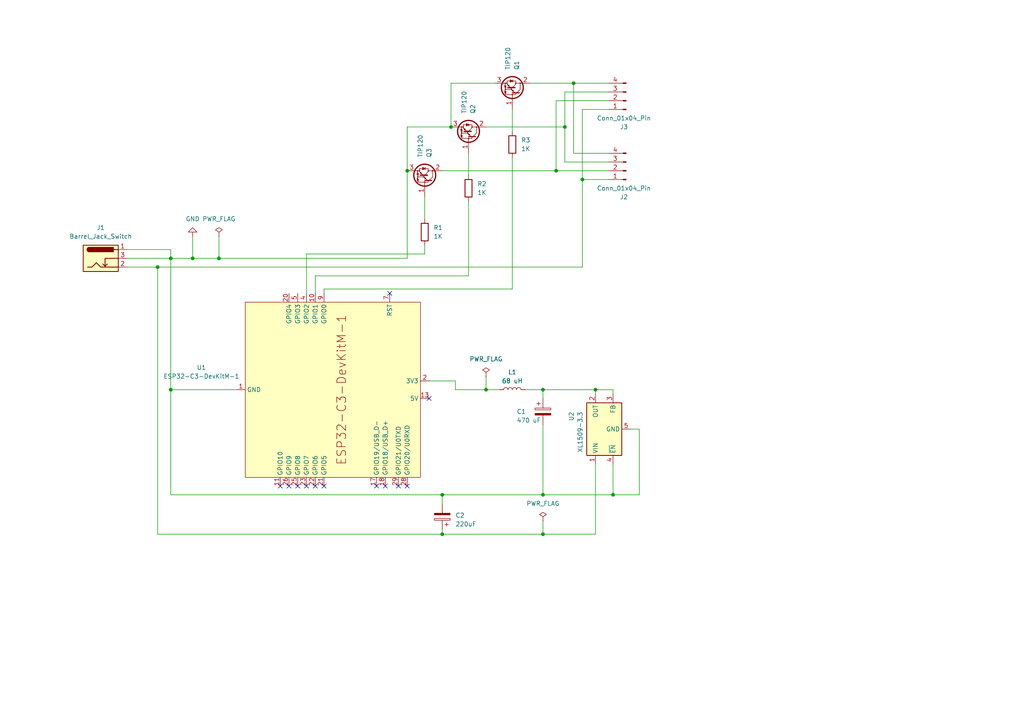
<source format=kicad_sch>
(kicad_sch (version 20250114) (generator "eeschema") (generator_version "9.0")
  (paper "A4")
  (title_block (title "LED Strip Controller") (date "2025-09-03") (rev "1") (company "Jesse Geens"))
  (lib_symbols
    (symbol "Connector:Barrel_Jack_Switch" (pin_names (hide yes))
      (property "Reference" "J" (at 0 5.334 0))
      (property "Value" "Barrel_Jack_Switch" (at 0 -5.08 0))
      (symbol "Barrel_Jack_Switch_0_1"
        (rectangle (start -5.08 3.81) (end 5.08 -3.81) (stroke (width 0.254)) (fill (type background)))
        (polyline (pts (xy -3.81 -2.54) (xy -2.54 -2.54) (xy -1.27 -1.27) (xy 0 -2.54) (xy 2.54 -2.54) (xy 5.08 -2.54)) (stroke (width 0.254)))
        (arc (start -3.302 1.905) (mid -3.9343 2.54) (end -3.302 3.175) (stroke (width 0.254)))
        (arc (start -3.302 1.905) (mid -3.9343 2.54) (end -3.302 3.175) (stroke (width 0.254)) (fill (type outline)))
        (polyline (pts (xy 1.27 -2.286) (xy 1.905 -1.651)) (stroke (width 0.254)))
        (rectangle (start 3.683 3.175) (end -3.302 1.905) (stroke (width 0.254)) (fill (type outline)))
        (polyline (pts (xy 5.08 2.54) (xy 3.81 2.54)) (stroke (width 0.254)))
        (polyline (pts (xy 5.08 0) (xy 1.27 0) (xy 1.27 -2.286) (xy 0.635 -1.651)) (stroke (width 0.254)))
      )
      (symbol "Barrel_Jack_Switch_1_1"
        (pin passive line (at 7.62 2.54 180) (length 2.54) (name "~") (number "1"))
        (pin passive line (at 7.62 0 180) (length 2.54) (name "~") (number "3"))
        (pin passive line (at 7.62 -2.54 180) (length 2.54) (name "~") (number "2"))
      )
    )
    (symbol "Connector:Conn_01x04_Pin" (pin_names (offset 1.016) (hide yes))
      (property "Reference" "J" (at 0 5.08 0))
      (property "Value" "Conn_01x04_Pin" (at 0 -7.62 0))
      (symbol "Conn_01x04_Pin_1_1"
        (rectangle (start 0.8636 2.667) (end 0 2.413) (stroke (width 0.1524)) (fill (type outline)))
        (rectangle (start 0.8636 0.127) (end 0 -0.127) (stroke (width 0.1524)) (fill (type outline)))
        (rectangle (start 0.8636 -2.413) (end 0 -2.667) (stroke (width 0.1524)) (fill (type outline)))
        (rectangle (start 0.8636 -4.953) (end 0 -5.207) (stroke (width 0.1524)) (fill (type outline)))
        (polyline (pts (xy 1.27 2.54) (xy 0.8636 2.54)) (stroke (width 0.1524)))
        (polyline (pts (xy 1.27 0) (xy 0.8636 0)) (stroke (width 0.1524)))
        (polyline (pts (xy 1.27 -2.54) (xy 0.8636 -2.54)) (stroke (width 0.1524)))
        (polyline (pts (xy 1.27 -5.08) (xy 0.8636 -5.08)) (stroke (width 0.1524)))
        (pin passive line (at 5.08 2.54 180) (length 3.81) (name "Pin_1") (number "1"))
        (pin passive line (at 5.08 0 180) (length 3.81) (name "Pin_2") (number "2"))
        (pin passive line (at 5.08 -2.54 180) (length 3.81) (name "Pin_3") (number "3"))
        (pin passive line (at 5.08 -5.08 180) (length 3.81) (name "Pin_4") (number "4"))
      )
    )
    (symbol "Device:C_Polarized" (pin_numbers (hide yes)) (pin_names (offset 0.254))
      (property "Reference" "C" (at 0.635 2.54 0))
      (property "Value" "C_Polarized" (at 0.635 -2.54 0))
      (symbol "C_Polarized_0_1"
        (rectangle (start -2.286 0.508) (end 2.286 1.016))
        (polyline (pts (xy -1.778 2.286) (xy -0.762 2.286)))
        (polyline (pts (xy -1.27 2.794) (xy -1.27 1.778)))
        (rectangle (start 2.286 -0.508) (end -2.286 -1.016) (fill (type outline)))
      )
      (symbol "C_Polarized_1_1"
        (pin passive line (at 0 3.81 270) (length 2.794) (name "~") (number "1"))
        (pin passive line (at 0 -3.81 90) (length 2.794) (name "~") (number "2"))
      )
    )
    (symbol "Device:L" (pin_numbers (hide yes)) (pin_names (offset 1.016) (hide yes))
      (property "Reference" "L" (at -1.27 0 90))
      (property "Value" "L" (at 1.905 0 90))
      (symbol "L_0_1"
        (arc (start 0 2.54) (mid 0.6323 1.905) (end 0 1.27))
        (arc (start 0 1.27) (mid 0.6323 0.635) (end 0 0))
        (arc (start 0 0) (mid 0.6323 -0.635) (end 0 -1.27))
        (arc (start 0 -1.27) (mid 0.6323 -1.905) (end 0 -2.54))
      )
      (symbol "L_1_1"
        (pin passive line (at 0 3.81 270) (length 1.27) (name "1") (number "1"))
        (pin passive line (at 0 -3.81 90) (length 1.27) (name "2") (number "2"))
      )
    )
    (symbol "Device:R" (pin_numbers (hide yes)) (pin_names (offset 0))
      (property "Reference" "R" (at 2.032 0 90))
      (property "Value" "R" (at 0 0 90))
      (symbol "R_0_1"
        (rectangle (start -1.016 -2.54) (end 1.016 2.54) (stroke (width 0.254)))
      )
      (symbol "R_1_1"
        (pin passive line (at 0 3.81 270) (length 1.27) (name "~") (number "1"))
        (pin passive line (at 0 -3.81 90) (length 1.27) (name "~") (number "2"))
      )
    )
    (symbol "PCM_Espressif:ESP32-C3-DevKitM-1"
      (property "Reference" "U" (at -25.4 30.48 0))
      (property "Value" "ESP32-C3-DevKitM-1" (at -25.4 27.94 0))
      (symbol "ESP32-C3-DevKitM-1_0_1"
        (rectangle (start -25.4 25.4) (end 25.4 -25.4) (fill (type background)))
      )
      (symbol "ESP32-C3-DevKitM-1_1_0"
        (text "ESP32-C3-DevKitM-1" (at 0 2.54 0) (effects (font (size 2.54 2.54))))
      )
      (symbol "ESP32-C3-DevKitM-1_1_1"
        (pin output line (at -27.94 16.51 0) (length 2.54) (name "RST") (number "7"))
        (pin bidirectional line (at -27.94 -2.54 0) (length 2.54) (name "GPIO0") (number "9"))
        (pin bidirectional line (at -27.94 -5.08 0) (length 2.54) (name "GPIO1") (number "10"))
        (pin bidirectional line (at -27.94 -7.62 0) (length 2.54) (name "GPIO2") (number "4"))
        (pin bidirectional line (at -27.94 -10.16 0) (length 2.54) (name "GPIO3") (number "5"))
        (pin bidirectional line (at -27.94 -12.7 0) (length 2.54) (name "GPIO4") (number "20"))
        (pin power_in line (at -2.54 27.94 270) (length 2.54) (name "3V3") (number "2"))
        (pin power_in line (at -2.54 27.94 270) (length 2.54) (hide yes) (name "3V3") (number "3"))
        (pin passive line (at 0 -27.94 90) (length 2.54) (name "GND") (number "1"))
        (pin passive line (at 0 -27.94 90) (length 2.54) (hide yes) (name "GND") (number "12"))
        (pin passive line (at 0 -27.94 90) (length 2.54) (hide yes) (name "GND") (number "15"))
        (pin passive line (at 0 -27.94 90) (length 2.54) (hide yes) (name "GND") (number "16"))
        (pin passive line (at 0 -27.94 90) (length 2.54) (hide yes) (name "GND") (number "19"))
        (pin passive line (at 0 -27.94 90) (length 2.54) (hide yes) (name "GND") (number "24"))
        (pin passive line (at 0 -27.94 90) (length 2.54) (hide yes) (name "GND") (number "27"))
        (pin passive line (at 0 -27.94 90) (length 2.54) (hide yes) (name "GND") (number "30"))
        (pin passive line (at 0 -27.94 90) (length 2.54) (hide yes) (name "GND") (number "6"))
        (pin passive line (at 0 -27.94 90) (length 2.54) (hide yes) (name "GND") (number "8"))
        (pin power_in line (at 2.54 27.94 270) (length 2.54) (name "5V") (number "13"))
        (pin power_in line (at 2.54 27.94 270) (length 2.54) (hide yes) (name "5V") (number "14"))
        (pin bidirectional line (at 27.94 21.59 180) (length 2.54) (name "GPIO20/U0RXD") (number "28"))
        (pin bidirectional line (at 27.94 19.05 180) (length 2.54) (name "GPIO21/U0TXD") (number "29"))
        (pin bidirectional line (at 27.94 15.24 180) (length 2.54) (name "GPIO18/USB_D+") (number "18"))
        (pin bidirectional line (at 27.94 12.7 180) (length 2.54) (name "GPIO19/USB_D-") (number "17"))
        (pin bidirectional line (at 27.94 -2.54 180) (length 2.54) (name "GPIO5") (number "21"))
        (pin bidirectional line (at 27.94 -5.08 180) (length 2.54) (name "GPIO6") (number "22"))
        (pin bidirectional line (at 27.94 -7.62 180) (length 2.54) (name "GPIO7") (number "23"))
        (pin bidirectional line (at 27.94 -10.16 180) (length 2.54) (name "GPIO8") (number "25"))
        (pin bidirectional line (at 27.94 -12.7 180) (length 2.54) (name "GPIO9") (number "26"))
        (pin bidirectional line (at 27.94 -15.24 180) (length 2.54) (name "GPIO10") (number "11"))
      )
    )
    (symbol "Regulator_Switching:XL1509-3.3"
      (property "Reference" "U" (at -7.112 6.096 0))
      (property "Value" "XL1509-3.3" (at 5.842 6.096 0))
      (symbol "XL1509-3.3_0_1"
        (rectangle (start -7.62 5.08) (end 7.62 -5.08) (stroke (width 0.254)) (fill (type background)))
      )
      (symbol "XL1509-3.3_1_1"
        (pin power_in line (at -10.16 2.54 0) (length 2.54) (name "VIN") (number "1"))
        (pin input line (at -10.16 -2.54 0) (length 2.54) (name "~{EN}") (number "4"))
        (pin power_in line (at 0 -7.62 90) (length 2.54) (name "GND") (number "5"))
        (pin passive line (at 0 -7.62 90) (length 2.54) (hide yes) (name "GND") (number "6"))
        (pin passive line (at 0 -7.62 90) (length 2.54) (hide yes) (name "GND") (number "7"))
        (pin passive line (at 0 -7.62 90) (length 2.54) (hide yes) (name "GND") (number "8"))
        (pin power_out line (at 10.16 2.54 180) (length 2.54) (name "OUT") (number "2"))
        (pin input line (at 10.16 -2.54 180) (length 2.54) (name "FB") (number "3"))
      )
    )
    (symbol "Transistor_BJT:TIP120" (pin_names (offset 0) (hide yes))
      (property "Reference" "Q" (at 5.08 1.905 0))
      (property "Value" "TIP120" (at 5.08 0 0))
      (symbol "TIP120_0_1"
        (polyline (pts (xy -1.27 0) (xy -0.889 0)))
        (circle (center -0.762 0) (radius 0.127))
        (polyline (pts (xy -0.254 2.032) (xy -0.254 0) (xy -0.254 0)) (stroke (width 0.3048)))
        (polyline (pts (xy -0.254 1.27) (xy 0.762 2.286) (xy 2.54 2.286)))
        (polyline (pts (xy -0.254 1.016) (xy -0.762 1.016) (xy -0.762 -2.032)))
        (polyline (pts (xy -0.254 0.762) (xy 0.762 -0.254) (xy 1.27 -0.254)))
        (polyline (pts (xy 0.635 -0.127) (xy 0.381 0.381) (xy 0.127 0.127) (xy 0.635 -0.127)))
        (polyline (pts (xy 0.762 -0.254) (xy 0.762 -2.032) (xy 1.143 -2.032) (xy 1.27 -1.778) (xy 1.397 -2.286) (xy 1.524 -1.778) (xy 1.651 -2.286) (xy 1.778 -1.778) (xy 1.905 -2.286) (xy 2.032 -2.032) (xy 2.54 -2.032)))
        (circle (center 0.762 -0.254) (radius 0.127))
        (polyline (pts (xy 0.762 -2.032) (xy 0.381 -2.032) (xy 0.254 -2.286) (xy 0.127 -1.778) (xy 0 -2.286) (xy -0.127 -1.778) (xy -0.254 -2.286) (xy -0.381 -1.778) (xy -0.508 -2.032) (xy -0.762 -2.032)))
        (circle (center 0.762 -2.032) (radius 0.127))
        (polyline (pts (xy 1.27 0.762) (xy 1.27 -1.27) (xy 1.27 -1.27)) (stroke (width 0.381)))
        (polyline (pts (xy 1.27 0) (xy 2.286 1.016) (xy 2.54 1.016) (xy 2.54 2.286)))
        (circle (center 1.27 0) (radius 3.175) (stroke (width 0.3556)))
        (polyline (pts (xy 1.27 -0.508) (xy 2.286 -1.524) (xy 2.54 -1.524) (xy 2.54 -2.032)))
        (polyline (pts (xy 2.159 -1.397) (xy 1.905 -0.889) (xy 1.651 -1.143) (xy 2.159 -1.397)))
        (circle (center 2.54 2.286) (radius 0.127))
        (circle (center 2.54 1.016) (radius 0.127))
        (polyline (pts (xy 2.54 -1.524) (xy 3.175 -1.524)))
        (circle (center 2.54 -1.524) (radius 0.127))
        (polyline (pts (xy 2.54 -2.032) (xy 2.54 -2.54)))
        (circle (center 2.54 -2.032) (radius 0.127))
        (polyline (pts (xy 2.794 0.127) (xy 3.556 0.127)))
        (polyline (pts (xy 3.175 1.016) (xy 2.54 1.016)))
        (polyline (pts (xy 3.175 1.016) (xy 3.175 0.127)))
        (polyline (pts (xy 3.175 0.127) (xy 2.794 -0.635) (xy 3.556 -0.635) (xy 3.175 0.127)) (fill (type outline)))
        (polyline (pts (xy 3.175 -0.635) (xy 3.175 -1.524)))
      )
      (symbol "TIP120_1_1"
        (pin input line (at -5.08 0 0) (length 3.81) (name "B") (number "1"))
        (pin passive line (at 2.54 5.08 270) (length 2.667) (name "C") (number "2"))
        (pin passive line (at 2.54 -5.08 90) (length 2.54) (name "E") (number "3"))
      )
    )
    (symbol "power:GND" (power) (pin_numbers (hide yes)) (pin_names (offset 0) (hide yes))
      (property "Value" "GND" (at 0 -3.81 0))
      (symbol "GND_0_1"
        (polyline (pts (xy 0 0) (xy 0 -1.27) (xy 1.27 -1.27) (xy 0 -2.54) (xy -1.27 -1.27) (xy 0 -1.27)))
      )
      (symbol "GND_1_1"
        (pin power_in line (at 0 0 270) (length 0) (name "~") (number "1"))
      )
    )
    (symbol "power:PWR_FLAG" (power) (pin_numbers (hide yes)) (pin_names (offset 0) (hide yes))
      (property "Value" "PWR_FLAG" (at 0 3.81 0))
      (symbol "PWR_FLAG_0_0"
        (pin power_out line (at 0 0 90) (length 0) (name "~") (number "1"))
      )
      (symbol "PWR_FLAG_0_1"
        (polyline (pts (xy 0 0) (xy 0 1.27) (xy -1.016 1.905) (xy 0 2.54) (xy 1.016 1.905) (xy 0 1.27)))
      )
    )
  )
  (junction (at 177.8 143.51))
  (junction (at 63.5 74.93))
  (junction (at 118.11 49.53))
  (junction (at 45.72 77.47))
  (junction (at 161.29 49.53))
  (junction (at 128.27 143.51))
  (junction (at 55.88 74.93))
  (junction (at 157.48 154.94))
  (junction (at 168.91 52.07))
  (junction (at 49.53 113.03))
  (junction (at 49.53 74.93))
  (junction (at 172.72 113.03))
  (junction (at 157.48 113.03))
  (junction (at 130.81 36.83))
  (junction (at 128.27 154.94))
  (junction (at 166.37 24.13))
  (junction (at 140.97 113.03))
  (junction (at 163.83 36.83))
  (junction (at 157.48 143.51))
  (no_connect (at 81.28 140.97))
  (no_connect (at 124.46 115.57))
  (no_connect (at 83.82 140.97))
  (no_connect (at 109.22 140.97))
  (no_connect (at 86.36 140.97))
  (no_connect (at 118.11 140.97))
  (no_connect (at 88.9 140.97))
  (no_connect (at 111.76 140.97))
  (no_connect (at 113.03 85.09))
  (no_connect (at 115.57 140.97))
  (no_connect (at 91.44 140.97))
  (no_connect (at 93.98 140.97))
  (wire (pts (xy 128.27 154.94) (xy 157.48 154.94)))
  (wire (pts (xy 161.29 49.53) (xy 176.53 49.53)))
  (wire (pts (xy 49.53 113.03) (xy 49.53 143.51)))
  (wire (pts (xy 166.37 24.13) (xy 176.53 24.13)))
  (wire (pts (xy 185.42 124.46) (xy 185.42 143.51)))
  (wire (pts (xy 168.91 52.07) (xy 168.91 31.75)))
  (wire (pts (xy 55.88 74.93) (xy 63.5 74.93)))
  (wire (pts (xy 148.59 31.75) (xy 148.59 38.1)))
  (wire (pts (xy 63.5 68.58) (xy 63.5 74.93)))
  (wire (pts (xy 49.53 74.93) (xy 49.53 72.39)))
  (wire (pts (xy 124.46 110.49) (xy 132.08 110.49)))
  (wire (pts (xy 55.88 68.58) (xy 55.88 74.93)))
  (wire (pts (xy 130.81 36.83) (xy 130.81 24.13)))
  (wire (pts (xy 172.72 134.62) (xy 172.72 154.94)))
  (wire (pts (xy 45.72 154.94) (xy 128.27 154.94)))
  (wire (pts (xy 128.27 49.53) (xy 161.29 49.53)))
  (wire (pts (xy 172.72 113.03) (xy 172.72 114.3)))
  (wire (pts (xy 157.48 143.51) (xy 177.8 143.51)))
  (wire (pts (xy 176.53 52.07) (xy 168.91 52.07)))
  (wire (pts (xy 161.29 29.21) (xy 176.53 29.21)))
  (wire (pts (xy 49.53 113.03) (xy 68.58 113.03)))
  (wire (pts (xy 130.81 24.13) (xy 143.51 24.13)))
  (wire (pts (xy 128.27 153.67) (xy 128.27 154.94)))
  (wire (pts (xy 123.19 57.15) (xy 123.19 63.5)))
  (wire (pts (xy 128.27 143.51) (xy 128.27 146.05)))
  (wire (pts (xy 168.91 52.07) (xy 168.91 77.47)))
  (wire (pts (xy 177.8 114.3) (xy 177.8 113.03)))
  (wire (pts (xy 163.83 26.67) (xy 176.53 26.67)))
  (wire (pts (xy 168.91 31.75) (xy 176.53 31.75)))
  (wire (pts (xy 49.53 74.93) (xy 49.53 113.03)))
  (wire (pts (xy 148.59 45.72) (xy 148.59 83.82)))
  (wire (pts (xy 177.8 134.62) (xy 177.8 143.51)))
  (wire (pts (xy 93.98 83.82) (xy 148.59 83.82)))
  (wire (pts (xy 49.53 74.93) (xy 55.88 74.93)))
  (wire (pts (xy 91.44 80.01) (xy 135.89 80.01)))
  (wire (pts (xy 157.48 113.03) (xy 157.48 115.57)))
  (wire (pts (xy 128.27 143.51) (xy 157.48 143.51)))
  (wire (pts (xy 63.5 74.93) (xy 118.11 74.93)))
  (wire (pts (xy 118.11 36.83) (xy 130.81 36.83)))
  (wire (pts (xy 157.48 123.19) (xy 157.48 143.51)))
  (wire (pts (xy 157.48 154.94) (xy 172.72 154.94)))
  (wire (pts (xy 140.97 113.03) (xy 144.78 113.03)))
  (wire (pts (xy 157.48 151.13) (xy 157.48 154.94)))
  (wire (pts (xy 93.98 83.82) (xy 93.98 85.09)))
  (wire (pts (xy 140.97 36.83) (xy 163.83 36.83)))
  (wire (pts (xy 163.83 46.99) (xy 176.53 46.99)))
  (wire (pts (xy 118.11 49.53) (xy 118.11 36.83)))
  (wire (pts (xy 132.08 110.49) (xy 132.08 113.03)))
  (wire (pts (xy 163.83 36.83) (xy 163.83 26.67)))
  (wire (pts (xy 166.37 44.45) (xy 176.53 44.45)))
  (wire (pts (xy 166.37 24.13) (xy 166.37 44.45)))
  (wire (pts (xy 177.8 113.03) (xy 172.72 113.03)))
  (wire (pts (xy 135.89 44.45) (xy 135.89 50.8)))
  (wire (pts (xy 135.89 58.42) (xy 135.89 80.01)))
  (wire (pts (xy 153.67 24.13) (xy 166.37 24.13)))
  (wire (pts (xy 123.19 71.12) (xy 123.19 73.66)))
  (wire (pts (xy 91.44 80.01) (xy 91.44 85.09)))
  (wire (pts (xy 161.29 49.53) (xy 161.29 29.21)))
  (wire (pts (xy 36.83 77.47) (xy 45.72 77.47)))
  (wire (pts (xy 132.08 113.03) (xy 140.97 113.03)))
  (wire (pts (xy 177.8 143.51) (xy 185.42 143.51)))
  (wire (pts (xy 152.4 113.03) (xy 157.48 113.03)))
  (wire (pts (xy 163.83 36.83) (xy 163.83 46.99)))
  (wire (pts (xy 118.11 74.93) (xy 118.11 49.53)))
  (wire (pts (xy 157.48 113.03) (xy 172.72 113.03)))
  (wire (pts (xy 36.83 72.39) (xy 49.53 72.39)))
  (wire (pts (xy 49.53 143.51) (xy 128.27 143.51)))
  (wire (pts (xy 140.97 109.22) (xy 140.97 113.03)))
  (wire (pts (xy 182.88 124.46) (xy 185.42 124.46)))
  (wire (pts (xy 45.72 77.47) (xy 45.72 154.94)))
  (wire (pts (xy 36.83 74.93) (xy 49.53 74.93)))
  (wire (pts (xy 45.72 77.47) (xy 168.91 77.47)))
  (wire (pts (xy 88.9 73.66) (xy 88.9 85.09)))
  (wire (pts (xy 88.9 73.66) (xy 123.19 73.66)))
  (symbol (lib_id "Device:R") (at 123.19 67.31 0) (unit 1)
    (property "Reference" "R1" (at 125.73 66.0399 0) (effects (justify left)))
    (property "Value" "1K" (at 125.73 68.5799 0) (effects (justify left)))
    (property "Footprint" "Resistor_THT:R_Axial_DIN0204_L3.6mm_D1.6mm_P7.62mm_Horizontal" (effects (hide yes)))
    (property "Description" "Resistor" (effects (hide yes)))
  )
  (symbol (lib_id "PCM_Espressif:ESP32-C3-DevKitM-1") (at 96.52 113.03 270) (unit 1)
    (property "Reference" "U1" (at 58.42 106.6098 90))
    (property "Value" "ESP32-C3-DevKitM-1" (at 58.42 109.1498 90))
    (property "Footprint" "PCM_Espressif:ESP32-C3-DevKitM-1" (effects (hide yes)))
    (property "Datasheet" "https://www.espressif.com/sites/default/files/documentation/esp32-c3-mini-1_datasheet_en.pdf" (effects (hide yes)))
    (property "Description" "ESP32-C3-MINI-1 family is an ultra-low-power MCU-based SoC solution that supports 2.4 GHz Wi-Fi and Bluetooth®Low Energy (Bluetooth LE)." (effects (hide yes)))
  )
  (symbol (lib_id "Connector:Barrel_Jack_Switch") (at 29.21 74.93 0) (unit 1)
    (property "Reference" "J1" (at 29.21 66.04 0))
    (property "Value" "Barrel_Jack_Switch" (at 29.21 68.58 0))
    (property "Footprint" "Connector_BarrelJack:BarrelJack_Horizontal" (effects (hide yes)))
    (property "Description" "DC Barrel Jack with an internal switch" (effects (hide yes)))
  )
  (symbol (lib_id "Device:C_Polarized") (at 157.48 119.38 0) (unit 1)
    (property "Reference" "C1" (at 149.86 119.38 0) (effects (justify left)))
    (property "Value" "470 uF" (at 149.86 121.92 0) (effects (justify left)))
    (property "Footprint" "Capacitor_THT:C_Disc_D3.0mm_W1.6mm_P2.50mm" (effects (hide yes)))
    (property "Description" "Polarized capacitor" (effects (hide yes)))
  )
  (symbol (lib_id "Device:R") (at 148.59 41.91 0) (unit 1)
    (property "Reference" "R3" (at 151.13 40.6399 0) (effects (justify left)))
    (property "Value" "1K" (at 151.13 43.1799 0) (effects (justify left)))
    (property "Footprint" "Resistor_THT:R_Axial_DIN0204_L3.6mm_D1.6mm_P7.62mm_Horizontal" (effects (hide yes)))
    (property "Description" "Resistor" (effects (hide yes)))
  )
  (symbol (lib_id "Connector:Conn_01x04_Pin") (at 181.61 49.53 180) (unit 1)
    (property "Reference" "J2" (at 180.975 57.15 0))
    (property "Value" "Conn_01x04_Pin" (at 180.975 54.61 0))
    (property "Footprint" "Connector:FanPinHeader_1x04_P2.54mm_Vertical" (effects (hide yes)))
    (property "Description" "Generic connector, single row, 01x04, script generated" (effects (hide yes)))
  )
  (symbol (lib_id "Transistor_BJT:TIP120") (at 123.19 52.07 270) (mirror x) (unit 1)
    (property "Reference" "Q3" (at 124.4601 45.72 0) (effects (justify left)))
    (property "Value" "TIP120" (at 121.9201 45.72 0) (effects (justify left)))
    (property "Footprint" "Package_TO_SOT_THT:TO-220-3_Vertical" (effects (hide yes)))
    (property "Datasheet" "https://www.onsemi.com/pub/Collateral/TIP120-D.PDF" (effects (hide yes)))
    (property "Description" "5A Ic, 60V Vce, Silicon Darlington Power NPN Transistor, TO-220" (effects (hide yes)))
  )
  (symbol (lib_id "power:GND") (at 55.88 68.58 180) (unit 1)
    (property "Reference" "#PWR01" (effects (hide yes)))
    (property "Value" "GND" (at 55.88 63.5 0))
    (property "Description" "Power symbol creates a global label with name \"GND\" , ground" (effects (hide yes)))
  )
  (symbol (lib_id "Device:C_Polarized") (at 128.27 149.86 180) (unit 1)
    (property "Reference" "C2" (at 132.08 149.4789 0) (effects (justify right)))
    (property "Value" "220uF" (at 132.08 152.0189 0) (effects (justify right)))
    (property "Footprint" "Capacitor_THT:C_Disc_D3.0mm_W1.6mm_P2.50mm" (effects (hide yes)))
    (property "Description" "Polarized capacitor" (effects (hide yes)))
  )
  (symbol (lib_id "Regulator_Switching:XL1509-3.3") (at 175.26 124.46 90) (unit 1)
    (property "Reference" "U2" (at 165.735 119.38 0) (effects (justify right)))
    (property "Value" "XL1509-3.3" (at 168.275 119.38 0) (effects (justify right)))
    (property "Footprint" "Package_SO:SOIC-8_3.9x4.9mm_P1.27mm" (effects (hide yes)))
    (property "Datasheet" "https://datasheet.lcsc.com/lcsc/1809050422_XLSEMI-XL1509-5-0E1_C61063.pdf" (effects (hide yes)))
    (property "Description" "Buck DC/DC Converter, 2A, 3.3V Output Voltage, 4.5-40V Input Voltage" (effects (hide yes)))
  )
  (symbol (lib_id "power:PWR_FLAG") (at 63.5 68.58 0) (unit 1)
    (property "Reference" "#FLG01" (effects (hide yes)))
    (property "Value" "PWR_FLAG" (at 63.5 63.5 0))
    (property "Description" "Special symbol for telling ERC where power comes from" (effects (hide yes)))
  )
  (symbol (lib_id "Transistor_BJT:TIP120") (at 135.89 39.37 270) (mirror x) (unit 1)
    (property "Reference" "Q2" (at 137.1601 33.02 0) (effects (justify left)))
    (property "Value" "TIP120" (at 134.6201 33.02 0) (effects (justify left)))
    (property "Footprint" "Package_TO_SOT_THT:TO-220-3_Vertical" (effects (hide yes)))
    (property "Datasheet" "https://www.onsemi.com/pub/Collateral/TIP120-D.PDF" (effects (hide yes)))
    (property "Description" "5A Ic, 60V Vce, Silicon Darlington Power NPN Transistor, TO-220" (effects (hide yes)))
  )
  (symbol (lib_id "Device:R") (at 135.89 54.61 0) (unit 1)
    (property "Reference" "R2" (at 138.43 53.3399 0) (effects (justify left)))
    (property "Value" "1K" (at 138.43 55.8799 0) (effects (justify left)))
    (property "Footprint" "Resistor_THT:R_Axial_DIN0204_L3.6mm_D1.6mm_P7.62mm_Horizontal" (effects (hide yes)))
    (property "Description" "Resistor" (effects (hide yes)))
  )
  (symbol (lib_id "power:PWR_FLAG") (at 157.48 151.13 0) (unit 1)
    (property "Reference" "#FLG03" (effects (hide yes)))
    (property "Value" "PWR_FLAG" (at 157.48 146.05 0))
    (property "Description" "Special symbol for telling ERC where power comes from" (effects (hide yes)))
  )
  (symbol (lib_id "Connector:Conn_01x04_Pin") (at 181.61 29.21 180) (unit 1)
    (property "Reference" "J3" (at 180.975 36.83 0))
    (property "Value" "Conn_01x04_Pin" (at 180.975 34.29 0))
    (property "Footprint" "Connector:FanPinHeader_1x04_P2.54mm_Vertical" (effects (hide yes)))
    (property "Description" "Generic connector, single row, 01x04, script generated" (effects (hide yes)))
  )
  (symbol (lib_id "Transistor_BJT:TIP120") (at 148.59 26.67 270) (mirror x) (unit 1)
    (property "Reference" "Q1" (at 149.8601 20.32 0) (effects (justify left)))
    (property "Value" "TIP120" (at 147.3201 20.32 0) (effects (justify left)))
    (property "Footprint" "Package_TO_SOT_THT:TO-220-3_Vertical" (effects (hide yes)))
    (property "Datasheet" "https://www.onsemi.com/pub/Collateral/TIP120-D.PDF" (effects (hide yes)))
    (property "Description" "5A Ic, 60V Vce, Silicon Darlington Power NPN Transistor, TO-220" (effects (hide yes)))
  )
  (symbol (lib_id "Device:L") (at 148.59 113.03 90) (unit 1)
    (property "Reference" "L1" (at 148.59 107.95 90))
    (property "Value" "68 uH" (at 148.59 110.49 90))
    (property "Footprint" "Inductor_THT:L_Axial_L5.3mm_D2.2mm_P2.54mm_Vertical_Vishay_IM-1" (effects (hide yes)))
    (property "Description" "Inductor" (effects (hide yes)))
  )
  (symbol (lib_id "power:PWR_FLAG") (at 140.97 109.22 0) (unit 1)
    (property "Reference" "#FLG02" (effects (hide yes)))
    (property "Value" "PWR_FLAG" (at 140.97 104.14 0))
    (property "Description" "Special symbol for telling ERC where power comes from" (effects (hide yes)))
  )
)
</source>
